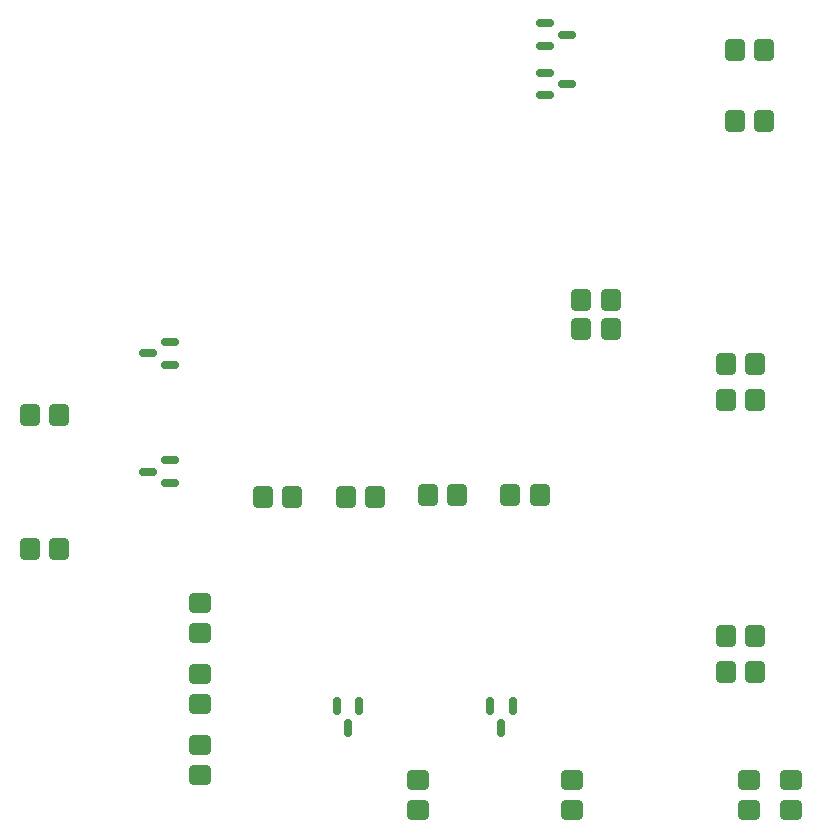
<source format=gtp>
%TF.GenerationSoftware,KiCad,Pcbnew,(6.0.8)*%
%TF.CreationDate,2023-01-08T14:39:41+01:00*%
%TF.ProjectId,MainPCB-Rev2,4d61696e-5043-4422-9d52-6576322e6b69,rev?*%
%TF.SameCoordinates,Original*%
%TF.FileFunction,Paste,Top*%
%TF.FilePolarity,Positive*%
%FSLAX46Y46*%
G04 Gerber Fmt 4.6, Leading zero omitted, Abs format (unit mm)*
G04 Created by KiCad (PCBNEW (6.0.8)) date 2023-01-08 14:39:41*
%MOMM*%
%LPD*%
G01*
G04 APERTURE LIST*
G04 Aperture macros list*
%AMRoundRect*
0 Rectangle with rounded corners*
0 $1 Rounding radius*
0 $2 $3 $4 $5 $6 $7 $8 $9 X,Y pos of 4 corners*
0 Add a 4 corners polygon primitive as box body*
4,1,4,$2,$3,$4,$5,$6,$7,$8,$9,$2,$3,0*
0 Add four circle primitives for the rounded corners*
1,1,$1+$1,$2,$3*
1,1,$1+$1,$4,$5*
1,1,$1+$1,$6,$7*
1,1,$1+$1,$8,$9*
0 Add four rect primitives between the rounded corners*
20,1,$1+$1,$2,$3,$4,$5,0*
20,1,$1+$1,$4,$5,$6,$7,0*
20,1,$1+$1,$6,$7,$8,$9,0*
20,1,$1+$1,$8,$9,$2,$3,0*%
G04 Aperture macros list end*
%ADD10RoundRect,0.320754X-0.529246X-0.579246X0.529246X-0.579246X0.529246X0.579246X-0.529246X0.579246X0*%
%ADD11RoundRect,0.320754X-0.579246X0.529246X-0.579246X-0.529246X0.579246X-0.529246X0.579246X0.529246X0*%
%ADD12RoundRect,0.150000X-0.587500X-0.150000X0.587500X-0.150000X0.587500X0.150000X-0.587500X0.150000X0*%
%ADD13RoundRect,0.150000X0.587500X0.150000X-0.587500X0.150000X-0.587500X-0.150000X0.587500X-0.150000X0*%
%ADD14RoundRect,0.150000X-0.150000X0.587500X-0.150000X-0.587500X0.150000X-0.587500X0.150000X0.587500X0*%
%ADD15RoundRect,0.320754X0.529246X0.579246X-0.529246X0.579246X-0.529246X-0.579246X0.529246X-0.579246X0*%
%ADD16RoundRect,0.320754X0.579246X-0.529246X0.579246X0.529246X-0.579246X0.529246X-0.579246X-0.529246X0*%
G04 APERTURE END LIST*
D10*
X96000000Y-89500000D03*
X98500000Y-89500000D03*
X96000000Y-86500000D03*
X98500000Y-86500000D03*
D11*
X69950000Y-121750000D03*
X69950000Y-124250000D03*
X51450000Y-106750000D03*
X51450000Y-109250000D03*
D12*
X80662500Y-61850000D03*
X80662500Y-63750000D03*
X82537500Y-62800000D03*
D10*
X83750000Y-83550000D03*
X86250000Y-83550000D03*
D13*
X48937500Y-96550000D03*
X48937500Y-94650000D03*
X47062500Y-95600000D03*
D14*
X64950000Y-115462500D03*
X63050000Y-115462500D03*
X64000000Y-117337500D03*
D15*
X80250000Y-97550000D03*
X77750000Y-97550000D03*
X99250000Y-59950000D03*
X96750000Y-59950000D03*
D11*
X51450000Y-118750000D03*
X51450000Y-121250000D03*
D16*
X101550000Y-124250000D03*
X101550000Y-121750000D03*
D10*
X96000000Y-112550000D03*
X98500000Y-112550000D03*
D12*
X80662500Y-57650000D03*
X80662500Y-59550000D03*
X82537500Y-58600000D03*
D15*
X66300000Y-97750000D03*
X63800000Y-97750000D03*
D11*
X82950000Y-121750000D03*
X82950000Y-124250000D03*
D15*
X39550000Y-102150000D03*
X37050000Y-102150000D03*
D16*
X98000000Y-124250000D03*
X98000000Y-121750000D03*
D15*
X59300000Y-97750000D03*
X56800000Y-97750000D03*
X39550000Y-90850000D03*
X37050000Y-90850000D03*
D10*
X96000000Y-109550000D03*
X98500000Y-109550000D03*
D11*
X51450000Y-112750000D03*
X51450000Y-115250000D03*
D15*
X73250000Y-97550000D03*
X70750000Y-97550000D03*
D10*
X83750000Y-81050000D03*
X86250000Y-81050000D03*
D13*
X48937500Y-86550000D03*
X48937500Y-84650000D03*
X47062500Y-85600000D03*
D15*
X99250000Y-65950000D03*
X96750000Y-65950000D03*
D14*
X77950000Y-115462500D03*
X76050000Y-115462500D03*
X77000000Y-117337500D03*
M02*

</source>
